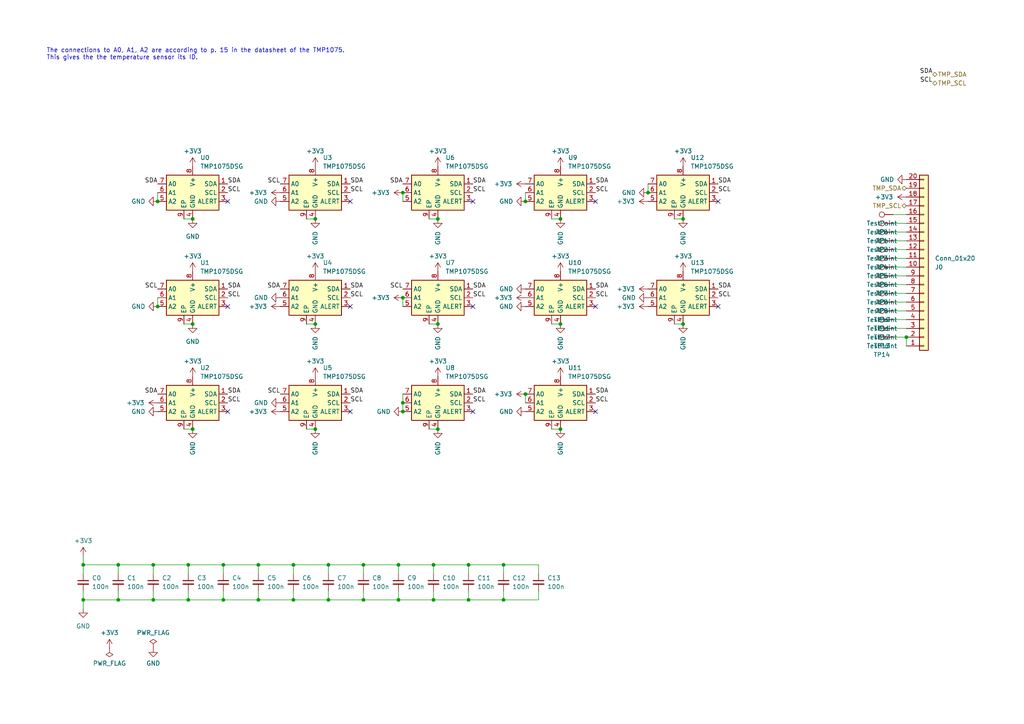
<source format=kicad_sch>
(kicad_sch (version 20231120) (generator "eeschema") (generator_version "8.0")
  (paper "A4")
  (lib_symbols
    (symbol "+3V3_1" (power) (pin_numbers hide) (pin_names (offset 0) hide)
      (property "Value" "+3V3" (at 0 3.556 0))
      (symbol "+3V3_1_0_1"
        (polyline (pts (xy -0.762 1.27) (xy 0 2.54)))
        (polyline (pts (xy 0 0) (xy 0 2.54)))
        (polyline (pts (xy 0 2.54) (xy 0.762 1.27)))
      )
      (symbol "+3V3_1_1_1"
        (pin power_in line (at 0 0 90) (length 0) (name "~") (number "1"))
      )
    )
    (symbol "Connector:TestPoint" (pin_numbers hide) (pin_names (offset 0.762) hide)
      (property "Reference" "TP" (at 0 6.858 0))
      (property "Value" "TestPoint" (at 0 5.08 0))
      (symbol "TestPoint_0_1"
        (circle (center 0 3.302) (radius 0.762))
      )
      (symbol "TestPoint_1_1"
        (pin passive line (at 0 0 90) (length 2.54) (name "1") (number "1"))
      )
    )
    (symbol "Connector_Generic:Conn_01x20" (pin_names (offset 1.016) hide)
      (property "Reference" "J" (at 0 25.4 0))
      (property "Value" "Conn_01x20" (at 0 -27.94 0))
      (symbol "Conn_01x20_1_1"
        (rectangle (start -1.27 -25.273) (end 0 -25.527) (stroke (width 0.1524)))
        (rectangle (start -1.27 -22.733) (end 0 -22.987) (stroke (width 0.1524)))
        (rectangle (start -1.27 -20.193) (end 0 -20.447) (stroke (width 0.1524)))
        (rectangle (start -1.27 -17.653) (end 0 -17.907) (stroke (width 0.1524)))
        (rectangle (start -1.27 -15.113) (end 0 -15.367) (stroke (width 0.1524)))
        (rectangle (start -1.27 -12.573) (end 0 -12.827) (stroke (width 0.1524)))
        (rectangle (start -1.27 -10.033) (end 0 -10.287) (stroke (width 0.1524)))
        (rectangle (start -1.27 -7.493) (end 0 -7.747) (stroke (width 0.1524)))
        (rectangle (start -1.27 -4.953) (end 0 -5.207) (stroke (width 0.1524)))
        (rectangle (start -1.27 -2.413) (end 0 -2.667) (stroke (width 0.1524)))
        (rectangle (start -1.27 0.127) (end 0 -0.127) (stroke (width 0.1524)))
        (rectangle (start -1.27 2.667) (end 0 2.413) (stroke (width 0.1524)))
        (rectangle (start -1.27 5.207) (end 0 4.953) (stroke (width 0.1524)))
        (rectangle (start -1.27 7.747) (end 0 7.493) (stroke (width 0.1524)))
        (rectangle (start -1.27 10.287) (end 0 10.033) (stroke (width 0.1524)))
        (rectangle (start -1.27 12.827) (end 0 12.573) (stroke (width 0.1524)))
        (rectangle (start -1.27 15.367) (end 0 15.113) (stroke (width 0.1524)))
        (rectangle (start -1.27 17.907) (end 0 17.653) (stroke (width 0.1524)))
        (rectangle (start -1.27 20.447) (end 0 20.193) (stroke (width 0.1524)))
        (rectangle (start -1.27 22.987) (end 0 22.733) (stroke (width 0.1524)))
        (rectangle (start -1.27 24.13) (end 1.27 -26.67) (stroke (width 0.254)) (fill (type background)))
        (pin passive line (at -5.08 22.86 0) (length 3.81) (name "Pin_1") (number "1"))
        (pin passive line (at -5.08 0 0) (length 3.81) (name "Pin_10") (number "10"))
        (pin passive line (at -5.08 -2.54 0) (length 3.81) (name "Pin_11") (number "11"))
        (pin passive line (at -5.08 -5.08 0) (length 3.81) (name "Pin_12") (number "12"))
        (pin passive line (at -5.08 -7.62 0) (length 3.81) (name "Pin_13") (number "13"))
        (pin passive line (at -5.08 -10.16 0) (length 3.81) (name "Pin_14") (number "14"))
        (pin passive line (at -5.08 -12.7 0) (length 3.81) (name "Pin_15") (number "15"))
        (pin passive line (at -5.08 -15.24 0) (length 3.81) (name "Pin_16") (number "16"))
        (pin passive line (at -5.08 -17.78 0) (length 3.81) (name "Pin_17") (number "17"))
        (pin passive line (at -5.08 -20.32 0) (length 3.81) (name "Pin_18") (number "18"))
        (pin passive line (at -5.08 -22.86 0) (length 3.81) (name "Pin_19") (number "19"))
        (pin passive line (at -5.08 20.32 0) (length 3.81) (name "Pin_2") (number "2"))
        (pin passive line (at -5.08 -25.4 0) (length 3.81) (name "Pin_20") (number "20"))
        (pin passive line (at -5.08 17.78 0) (length 3.81) (name "Pin_3") (number "3"))
        (pin passive line (at -5.08 15.24 0) (length 3.81) (name "Pin_4") (number "4"))
        (pin passive line (at -5.08 12.7 0) (length 3.81) (name "Pin_5") (number "5"))
        (pin passive line (at -5.08 10.16 0) (length 3.81) (name "Pin_6") (number "6"))
        (pin passive line (at -5.08 7.62 0) (length 3.81) (name "Pin_7") (number "7"))
        (pin passive line (at -5.08 5.08 0) (length 3.81) (name "Pin_8") (number "8"))
        (pin passive line (at -5.08 2.54 0) (length 3.81) (name "Pin_9") (number "9"))
      )
    )
    (symbol "Device:C_Small" (pin_numbers hide) (pin_names (offset 0.254) hide)
      (property "Reference" "C" (at 0.254 1.778 0))
      (property "Value" "C_Small" (at 0.254 -2.032 0))
      (symbol "C_Small_0_1"
        (polyline (pts (xy -1.524 -0.508) (xy 1.524 -0.508)) (stroke (width 0.3302)))
        (polyline (pts (xy -1.524 0.508) (xy 1.524 0.508)) (stroke (width 0.3048)))
      )
      (symbol "C_Small_1_1"
        (pin passive line (at 0 2.54 270) (length 2.032) (name "~") (number "1"))
        (pin passive line (at 0 -2.54 90) (length 2.032) (name "~") (number "2"))
      )
    )
    (symbol "Sensor_Temperature:TMP1075DSG"
      (property "Reference" "U" (at -6.35 6.35 0))
      (property "Value" "TMP1075DSG" (at 6.35 6.35 0))
      (symbol "TMP1075DSG_0_1"
        (rectangle (start -7.62 5.08) (end 7.62 -5.08) (stroke (width 0.254)) (fill (type background)))
      )
      (symbol "TMP1075DSG_1_1"
        (pin bidirectional line (at 10.16 2.54 180) (length 2.54) (name "SDA") (number "1"))
        (pin input line (at 10.16 0 180) (length 2.54) (name "SCL") (number "2"))
        (pin open_collector line (at 10.16 -2.54 180) (length 2.54) (name "ALERT") (number "3"))
        (pin power_in line (at 0 -7.62 90) (length 2.54) (name "GND") (number "4"))
        (pin input line (at -10.16 -2.54 0) (length 2.54) (name "A2") (number "5"))
        (pin input line (at -10.16 0 0) (length 2.54) (name "A1") (number "6"))
        (pin input line (at -10.16 2.54 0) (length 2.54) (name "A0") (number "7"))
        (pin power_in line (at 0 7.62 270) (length 2.54) (name "V+") (number "8"))
        (pin passive line (at -2.54 -7.62 90) (length 2.54) (name "EP") (number "9"))
      )
    )
    (symbol "power:+3V3" (power) (pin_names (offset 0))
      (property "Value" "+3V3" (at 0 3.556 0))
      (symbol "+3V3_0_1"
        (polyline (pts (xy -0.762 1.27) (xy 0 2.54)))
        (polyline (pts (xy 0 0) (xy 0 2.54)))
        (polyline (pts (xy 0 2.54) (xy 0.762 1.27)))
      )
      (symbol "+3V3_1_1"
        (pin power_in line (at 0 0 90) (length 0) hide (name "+3V3") (number "1"))
      )
    )
    (symbol "power:GND" (power) (pin_names (offset 0))
      (property "Value" "GND" (at 0 -3.81 0))
      (symbol "GND_0_1"
        (polyline (pts (xy 0 0) (xy 0 -1.27) (xy 1.27 -1.27) (xy 0 -2.54) (xy -1.27 -1.27) (xy 0 -1.27)))
      )
      (symbol "GND_1_1"
        (pin power_in line (at 0 0 270) (length 0) hide (name "GND") (number "1"))
      )
    )
    (symbol "power:PWR_FLAG" (power) (pin_numbers hide) (pin_names (offset 0) hide)
      (property "Value" "PWR_FLAG" (at 0 3.81 0))
      (symbol "PWR_FLAG_0_0"
        (pin power_out line (at 0 0 90) (length 0) (name "~") (number "1"))
      )
      (symbol "PWR_FLAG_0_1"
        (polyline (pts (xy 0 0) (xy 0 1.27) (xy -1.016 1.905) (xy 0 2.54) (xy 1.016 1.905) (xy 0 1.27)))
      )
    )
  )
  (junction (at 152.4 58.42))
  (junction (at 55.88 93.98))
  (junction (at 55.88 124.46))
  (junction (at 198.12 93.98))
  (junction (at 162.56 63.5))
  (junction (at 24.13 163.83))
  (junction (at 64.77 163.83))
  (junction (at 45.72 58.42))
  (junction (at 95.25 173.99))
  (junction (at 44.45 163.83))
  (junction (at 44.45 173.99))
  (junction (at 146.05 173.99))
  (junction (at 105.41 173.99))
  (junction (at 115.57 173.99))
  (junction (at 91.44 63.5))
  (junction (at 262.89 97.79))
  (junction (at 91.44 93.98))
  (junction (at 91.44 124.46))
  (junction (at 125.73 163.83))
  (junction (at 146.05 163.83))
  (junction (at 74.93 173.99))
  (junction (at 162.56 93.98))
  (junction (at 85.09 173.99))
  (junction (at 74.93 163.83))
  (junction (at 105.41 163.83))
  (junction (at 116.84 55.88))
  (junction (at 54.61 163.83))
  (junction (at 116.84 116.84))
  (junction (at 116.84 86.36))
  (junction (at 64.77 173.99))
  (junction (at 34.29 163.83))
  (junction (at 45.72 88.9))
  (junction (at 187.96 55.88))
  (junction (at 54.61 173.99))
  (junction (at 34.29 173.99))
  (junction (at 135.89 163.83))
  (junction (at 24.13 173.99))
  (junction (at 116.84 119.38))
  (junction (at 152.4 114.3))
  (junction (at 85.09 163.83))
  (junction (at 127 63.5))
  (junction (at 162.56 124.46))
  (junction (at 127 93.98))
  (junction (at 135.89 173.99))
  (junction (at 95.25 163.83))
  (junction (at 125.73 173.99))
  (junction (at 127 124.46))
  (junction (at 115.57 163.83))
  (junction (at 198.12 63.5))
  (junction (at 55.88 63.5))
  (no_connect (at 208.28 58.42))
  (no_connect (at 101.6 119.38))
  (no_connect (at 172.72 119.38))
  (no_connect (at 172.72 58.42))
  (no_connect (at 66.04 58.42))
  (no_connect (at 172.72 88.9))
  (no_connect (at 66.04 88.9))
  (no_connect (at 137.16 88.9))
  (no_connect (at 137.16 119.38))
  (no_connect (at 101.6 88.9))
  (no_connect (at 137.16 58.42))
  (no_connect (at 101.6 58.42))
  (no_connect (at 208.28 88.9))
  (no_connect (at 66.04 119.38))
  (wire (pts (xy 262.89 97.79) (xy 262.89 100.33)))
  (wire (pts (xy 259.08 74.93) (xy 262.89 74.93)))
  (wire (pts (xy 146.05 171.45) (xy 146.05 173.99)))
  (wire (pts (xy 54.61 173.99) (xy 44.45 173.99)))
  (wire (pts (xy 156.21 163.83) (xy 156.21 166.37)))
  (wire (pts (xy 88.9 93.98) (xy 91.44 93.98)))
  (wire (pts (xy 34.29 166.37) (xy 34.29 163.83)))
  (wire (pts (xy 64.77 173.99) (xy 54.61 173.99)))
  (wire (pts (xy 74.93 173.99) (xy 64.77 173.99)))
  (wire (pts (xy 105.41 173.99) (xy 95.25 173.99)))
  (wire (pts (xy 95.25 173.99) (xy 85.09 173.99)))
  (wire (pts (xy 259.08 72.39) (xy 262.89 72.39)))
  (wire (pts (xy 24.13 161.29) (xy 24.13 163.83)))
  (wire (pts (xy 105.41 171.45) (xy 105.41 173.99)))
  (wire (pts (xy 115.57 171.45) (xy 115.57 173.99)))
  (wire (pts (xy 125.73 163.83) (xy 125.73 166.37)))
  (wire (pts (xy 146.05 163.83) (xy 146.05 166.37)))
  (wire (pts (xy 259.08 95.25) (xy 262.89 95.25)))
  (wire (pts (xy 259.08 90.17) (xy 262.89 90.17)))
  (wire (pts (xy 53.34 63.5) (xy 55.88 63.5)))
  (wire (pts (xy 34.29 173.99) (xy 24.13 173.99)))
  (wire (pts (xy 34.29 163.83) (xy 44.45 163.83)))
  (wire (pts (xy 259.08 80.01) (xy 262.89 80.01)))
  (wire (pts (xy 125.73 173.99) (xy 115.57 173.99)))
  (wire (pts (xy 146.05 163.83) (xy 156.21 163.83)))
  (wire (pts (xy 74.93 163.83) (xy 74.93 166.37)))
  (wire (pts (xy 195.58 63.5) (xy 198.12 63.5)))
  (wire (pts (xy 54.61 171.45) (xy 54.61 173.99)))
  (wire (pts (xy 44.45 163.83) (xy 44.45 166.37)))
  (wire (pts (xy 85.09 171.45) (xy 85.09 173.99)))
  (wire (pts (xy 156.21 173.99) (xy 146.05 173.99)))
  (wire (pts (xy 152.4 114.3) (xy 152.4 116.84)))
  (wire (pts (xy 53.34 93.98) (xy 55.88 93.98)))
  (wire (pts (xy 95.25 171.45) (xy 95.25 173.99)))
  (wire (pts (xy 124.46 93.98) (xy 127 93.98)))
  (wire (pts (xy 116.84 114.3) (xy 116.84 116.84)))
  (wire (pts (xy 85.09 173.99) (xy 74.93 173.99)))
  (wire (pts (xy 85.09 163.83) (xy 95.25 163.83)))
  (wire (pts (xy 64.77 163.83) (xy 74.93 163.83)))
  (wire (pts (xy 74.93 163.83) (xy 85.09 163.83)))
  (wire (pts (xy 259.08 67.31) (xy 262.89 67.31)))
  (wire (pts (xy 115.57 163.83) (xy 115.57 166.37)))
  (wire (pts (xy 45.72 86.36) (xy 45.72 88.9)))
  (wire (pts (xy 135.89 173.99) (xy 125.73 173.99)))
  (wire (pts (xy 105.41 163.83) (xy 115.57 163.83)))
  (wire (pts (xy 195.58 93.98) (xy 198.12 93.98)))
  (wire (pts (xy 135.89 171.45) (xy 135.89 173.99)))
  (wire (pts (xy 24.13 163.83) (xy 34.29 163.83)))
  (wire (pts (xy 64.77 171.45) (xy 64.77 173.99)))
  (wire (pts (xy 259.08 64.77) (xy 262.89 64.77)))
  (wire (pts (xy 135.89 163.83) (xy 135.89 166.37)))
  (wire (pts (xy 54.61 163.83) (xy 64.77 163.83)))
  (wire (pts (xy 259.08 97.79) (xy 262.89 97.79)))
  (wire (pts (xy 95.25 163.83) (xy 105.41 163.83)))
  (wire (pts (xy 187.96 53.34) (xy 187.96 55.88)))
  (wire (pts (xy 85.09 163.83) (xy 85.09 166.37)))
  (wire (pts (xy 160.02 124.46) (xy 162.56 124.46)))
  (wire (pts (xy 45.72 55.88) (xy 45.72 58.42)))
  (wire (pts (xy 34.29 171.45) (xy 34.29 173.99)))
  (wire (pts (xy 259.08 82.55) (xy 262.89 82.55)))
  (wire (pts (xy 259.08 85.09) (xy 262.89 85.09)))
  (wire (pts (xy 116.84 55.88) (xy 116.84 58.42)))
  (wire (pts (xy 44.45 173.99) (xy 34.29 173.99)))
  (wire (pts (xy 259.08 69.85) (xy 262.89 69.85)))
  (wire (pts (xy 54.61 163.83) (xy 54.61 166.37)))
  (wire (pts (xy 152.4 55.88) (xy 152.4 58.42)))
  (wire (pts (xy 44.45 171.45) (xy 44.45 173.99)))
  (wire (pts (xy 115.57 163.83) (xy 125.73 163.83)))
  (wire (pts (xy 74.93 171.45) (xy 74.93 173.99)))
  (wire (pts (xy 124.46 124.46) (xy 127 124.46)))
  (wire (pts (xy 135.89 163.83) (xy 146.05 163.83)))
  (wire (pts (xy 160.02 93.98) (xy 162.56 93.98)))
  (wire (pts (xy 259.08 77.47) (xy 262.89 77.47)))
  (wire (pts (xy 115.57 173.99) (xy 105.41 173.99)))
  (wire (pts (xy 259.08 87.63) (xy 262.89 87.63)))
  (wire (pts (xy 125.73 171.45) (xy 125.73 173.99)))
  (wire (pts (xy 116.84 86.36) (xy 116.84 88.9)))
  (wire (pts (xy 259.08 92.71) (xy 262.89 92.71)))
  (wire (pts (xy 124.46 63.5) (xy 127 63.5)))
  (wire (pts (xy 24.13 171.45) (xy 24.13 173.99)))
  (wire (pts (xy 24.13 163.83) (xy 24.13 166.37)))
  (wire (pts (xy 64.77 163.83) (xy 64.77 166.37)))
  (wire (pts (xy 88.9 63.5) (xy 91.44 63.5)))
  (wire (pts (xy 259.08 62.23) (xy 262.89 62.23)))
  (wire (pts (xy 95.25 166.37) (xy 95.25 163.83)))
  (wire (pts (xy 146.05 173.99) (xy 135.89 173.99)))
  (wire (pts (xy 88.9 124.46) (xy 91.44 124.46)))
  (wire (pts (xy 160.02 63.5) (xy 162.56 63.5)))
  (wire (pts (xy 105.41 163.83) (xy 105.41 166.37)))
  (wire (pts (xy 53.34 124.46) (xy 55.88 124.46)))
  (wire (pts (xy 44.45 163.83) (xy 54.61 163.83)))
  (wire (pts (xy 24.13 173.99) (xy 24.13 176.53)))
  (wire (pts (xy 156.21 171.45) (xy 156.21 173.99)))
  (wire (pts (xy 116.84 116.84) (xy 116.84 119.38)))
  (wire (pts (xy 125.73 163.83) (xy 135.89 163.83)))
  (text "The connections to A0, A1, A2 are according to p. 15 in the datasheet of the TMP1075. \nThis gives the the temperature sensor its ID. " (at 13.462 15.748 0) (effects (font (size 1.27 1.27)) (justify left)))
  (label "SDA" (at 208.28 53.34 0))
  (label "SCL" (at 137.16 116.84 0))
  (label "SDA" (at 172.72 53.34 0))
  (label "SCL" (at 101.6 55.88 0))
  (label "SDA" (at 81.28 83.82 180))
  (label "SDA" (at 45.72 114.3 180))
  (label "SDA" (at 45.72 53.34 180))
  (label "SCL" (at 66.04 55.88 0))
  (label "SCL" (at 270.51 24.13 180))
  (label "SDA" (at 66.04 83.82 0))
  (label "SDA" (at 137.16 53.34 0))
  (label "SCL" (at 137.16 55.88 0))
  (label "SCL" (at 172.72 55.88 0))
  (label "SDA" (at 172.72 114.3 0))
  (label "SCL" (at 81.28 114.3 180))
  (label "SCL" (at 101.6 116.84 0))
  (label "SDA" (at 172.72 83.82 0))
  (label "SDA" (at 116.84 53.34 180))
  (label "SCL" (at 66.04 116.84 0))
  (label "SDA" (at 101.6 114.3 0))
  (label "SCL" (at 66.04 86.36 0))
  (label "SDA" (at 137.16 83.82 0))
  (label "SCL" (at 208.28 55.88 0))
  (label "SDA" (at 137.16 114.3 0))
  (label "SCL" (at 137.16 86.36 0))
  (label "SDA" (at 101.6 53.34 0))
  (label "SDA" (at 270.51 21.59 180))
  (label "SCL" (at 172.72 86.36 0))
  (label "SDA" (at 101.6 83.82 0))
  (label "SCL" (at 208.28 86.36 0))
  (label "SDA" (at 66.04 114.3 0))
  (label "SCL" (at 172.72 116.84 0))
  (label "SDA" (at 66.04 53.34 0))
  (label "SCL" (at 116.84 83.82 180))
  (label "SCL" (at 45.72 83.82 180))
  (label "SCL" (at 81.28 53.34 180))
  (label "SDA" (at 208.28 83.82 0))
  (label "SCL" (at 101.6 86.36 0))
  (hierarchical_label "TMP_SCL" (shape bidirectional) (at 270.51 24.13 0))
  (hierarchical_label "TMP_SDA" (shape bidirectional) (at 270.51 21.59 0))
  (hierarchical_label "TMP_SDA" (shape bidirectional) (at 262.89 54.61 180))
  (hierarchical_label "TMP_SCL" (shape bidirectional) (at 262.89 59.69 180))
  (symbol (lib_id "power:GND") (at 24.13 176.53 0) (unit 1)
    (property "Reference" "#PWR01" (effects (hide yes)))
    (property "Value" "GND" (at 24.13 181.61 0))
  )
  (symbol (lib_id "power:+3V3") (at 31.75 187.96 0) (mirror y) (unit 1)
    (property "Reference" "#PWR02" (effects (hide yes)))
    (property "Value" "+3V3" (at 31.75 183.515 0))
  )
  (symbol (lib_id "power:+3V3") (at 91.44 48.26 0) (unit 1)
    (property "Reference" "#PWR020" (effects (hide yes)))
    (property "Value" "+3V3" (at 91.44 43.815 0))
  )
  (symbol (lib_id "power:+3V3") (at 152.4 53.34 90) (mirror x) (unit 1)
    (property "Reference" "#PWR035" (effects (hide yes)))
    (property "Value" "+3V3" (at 148.59 53.3401 90) (effects (justify left)))
  )
  (symbol (lib_id "Sensor_Temperature:TMP1075DSG") (at 55.88 116.84 0) (unit 1)
    (property "Reference" "U2" (at 58.0741 106.68 0) (effects (justify left)))
    (property "Value" "TMP1075DSG" (at 58.0741 109.22 0) (effects (justify left)))
    (property "Footprint" "Package_SON:WSON-8-1EP_2x2mm_P0.5mm_EP0.9x1.6mm_ThermalVias" (effects (hide yes)))
    (property "Datasheet" "https://www.ti.com/lit/gpn/tmp1075" (effects (hide yes)))
  )
  (symbol (lib_id "Device:C_Small") (at 156.21 168.91 0) (unit 1)
    (property "Reference" "C13" (at 158.75 167.6462 0) (effects (justify left)))
    (property "Value" "100n" (at 158.75 170.1862 0) (effects (justify left)))
    (property "Footprint" "Capacitor_SMD:C_0603_1608Metric" (effects (hide yes)))
  )
  (symbol (lib_id "power:GND") (at 55.88 124.46 0) (unit 1)
    (property "Reference" "#PWR013" (effects (hide yes)))
    (property "Value" "GND" (at 55.88 132.08 90) (effects (justify left)))
  )
  (symbol (lib_id "Sensor_Temperature:TMP1075DSG") (at 162.56 86.36 0) (unit 1)
    (property "Reference" "U10" (at 164.7541 76.2 0) (effects (justify left)))
    (property "Value" "TMP1075DSG" (at 164.7541 78.74 0) (effects (justify left)))
    (property "Footprint" "Package_SON:WSON-8-1EP_2x2mm_P0.5mm_EP0.9x1.6mm_ThermalVias" (effects (hide yes)))
    (property "Datasheet" "https://www.ti.com/lit/gpn/tmp1075" (effects (hide yes)))
  )
  (symbol (lib_id "power:GND") (at 81.28 86.36 270) (mirror x) (unit 1)
    (property "Reference" "#PWR016" (effects (hide yes)))
    (property "Value" "GND" (at 73.66 86.36 90) (effects (justify left)))
  )
  (symbol (lib_id "Sensor_Temperature:TMP1075DSG") (at 198.12 55.88 0) (unit 1)
    (property "Reference" "U12" (at 200.3141 45.72 0) (effects (justify left)))
    (property "Value" "TMP1075DSG" (at 200.3141 48.26 0) (effects (justify left)))
    (property "Footprint" "Package_SON:WSON-8-1EP_2x2mm_P0.5mm_EP0.9x1.6mm_ThermalVias" (effects (hide yes)))
    (property "Datasheet" "https://www.ti.com/lit/gpn/tmp1075" (effects (hide yes)))
  )
  (symbol (lib_id "Sensor_Temperature:TMP1075DSG") (at 127 116.84 0) (unit 1)
    (property "Reference" "U8" (at 129.1941 106.68 0) (effects (justify left)))
    (property "Value" "TMP1075DSG" (at 129.1941 109.22 0) (effects (justify left)))
    (property "Footprint" "Package_SON:WSON-8-1EP_2x2mm_P0.5mm_EP0.9x1.6mm_ThermalVias" (effects (hide yes)))
    (property "Datasheet" "https://www.ti.com/lit/gpn/tmp1075" (effects (hide yes)))
  )
  (symbol (lib_id "Device:C_Small") (at 54.61 168.91 0) (unit 1)
    (property "Reference" "C3" (at 57.15 167.6462 0) (effects (justify left)))
    (property "Value" "100n" (at 57.15 170.1862 0) (effects (justify left)))
    (property "Footprint" "Capacitor_SMD:C_0603_1608Metric" (effects (hide yes)))
  )
  (symbol (lib_id "power:GND") (at 116.84 119.38 270) (unit 1)
    (property "Reference" "#PWR028" (effects (hide yes)))
    (property "Value" "GND" (at 109.22 119.38 90) (effects (justify left)))
  )
  (symbol (lib_id "Sensor_Temperature:TMP1075DSG") (at 127 55.88 0) (unit 1)
    (property "Reference" "U6" (at 129.1941 45.72 0) (effects (justify left)))
    (property "Value" "TMP1075DSG" (at 129.1941 48.26 0) (effects (justify left)))
    (property "Footprint" "Package_SON:WSON-8-1EP_2x2mm_P0.5mm_EP0.9x1.6mm_ThermalVias" (effects (hide yes)))
    (property "Datasheet" "https://www.ti.com/lit/gpn/tmp1075" (effects (hide yes)))
  )
  (symbol (lib_id "power:+3V3") (at 152.4 114.3 90) (mirror x) (unit 1)
    (property "Reference" "#PWR040" (effects (hide yes)))
    (property "Value" "+3V3" (at 148.59 114.3001 90) (effects (justify left)))
  )
  (symbol (lib_id "power:GND") (at 44.45 187.96 0) (mirror y) (unit 1)
    (property "Reference" "#PWR03" (effects (hide yes)))
    (property "Value" "GND" (at 44.45 192.405 0))
  )
  (symbol (lib_id "Connector:TestPoint") (at 259.08 62.23 90) (mirror x) (unit 1)
    (property "Reference" "TP0" (at 255.778 67.31 90))
    (property "Value" "TestPoint" (at 255.778 64.77 90))
    (property "Footprint" "TestPoint:TestPoint_Pad_1.5x1.5mm" (effects (hide yes)))
    (property "Description" "test point" (effects (hide yes)))
  )
  (symbol (lib_id "Device:C_Small") (at 95.25 168.91 0) (unit 1)
    (property "Reference" "C7" (at 97.79 167.6462 0) (effects (justify left)))
    (property "Value" "100n" (at 97.79 170.1862 0) (effects (justify left)))
    (property "Footprint" "Capacitor_SMD:C_0603_1608Metric" (effects (hide yes)))
  )
  (symbol (lib_id "power:+3V3") (at 81.28 119.38 90) (mirror x) (unit 1)
    (property "Reference" "#PWR019" (effects (hide yes)))
    (property "Value" "+3V3" (at 77.47 119.3801 90) (effects (justify left)))
  )
  (symbol (lib_id "Sensor_Temperature:TMP1075DSG") (at 91.44 55.88 0) (unit 1)
    (property "Reference" "U3" (at 93.6341 45.72 0) (effects (justify left)))
    (property "Value" "TMP1075DSG" (at 93.6341 48.26 0) (effects (justify left)))
    (property "Footprint" "Package_SON:WSON-8-1EP_2x2mm_P0.5mm_EP0.9x1.6mm_ThermalVias" (effects (hide yes)))
    (property "Datasheet" "https://www.ti.com/lit/gpn/tmp1075" (effects (hide yes)))
  )
  (symbol (lib_id "power:+3V3") (at 198.12 78.74 0) (unit 1)
    (property "Reference" "#PWR055" (effects (hide yes)))
    (property "Value" "+3V3" (at 198.12 74.295 0))
  )
  (symbol (lib_id "Sensor_Temperature:TMP1075DSG") (at 162.56 116.84 0) (unit 1)
    (property "Reference" "U11" (at 164.7541 106.68 0) (effects (justify left)))
    (property "Value" "TMP1075DSG" (at 164.7541 109.22 0) (effects (justify left)))
    (property "Footprint" "Package_SON:WSON-8-1EP_2x2mm_P0.5mm_EP0.9x1.6mm_ThermalVias" (effects (hide yes)))
    (property "Datasheet" "https://www.ti.com/lit/gpn/tmp1075" (effects (hide yes)))
  )
  (symbol (lib_id "power:GND") (at 187.96 86.36 270) (mirror x) (unit 1)
    (property "Reference" "#PWR051" (effects (hide yes)))
    (property "Value" "GND" (at 180.34 86.36 90) (effects (justify left)))
  )
  (symbol (lib_id "Sensor_Temperature:TMP1075DSG") (at 55.88 55.88 0) (unit 1)
    (property "Reference" "U0" (at 58.0741 45.72 0) (effects (justify left)))
    (property "Value" "TMP1075DSG" (at 58.0741 48.26 0) (effects (justify left)))
    (property "Footprint" "Package_SON:WSON-8-1EP_2x2mm_P0.5mm_EP0.9x1.6mm_ThermalVias" (effects (hide yes)))
    (property "Datasheet" "https://www.ti.com/lit/gpn/tmp1075" (effects (hide yes)))
  )
  (symbol (lib_id "power:+3V3") (at 55.88 78.74 0) (unit 1)
    (property "Reference" "#PWR010" (effects (hide yes)))
    (property "Value" "+3V3" (at 55.88 74.295 0))
  )
  (symbol (lib_id "power:GND") (at 152.4 58.42 270) (unit 1)
    (property "Reference" "#PWR036" (effects (hide yes)))
    (property "Value" "GND" (at 144.78 58.42 90) (effects (justify left)))
  )
  (symbol (lib_id "Connector:TestPoint") (at 259.08 67.31 90) (mirror x) (unit 1)
    (property "Reference" "TP2" (at 255.778 72.39 90))
    (property "Value" "TestPoint" (at 255.778 69.85 90))
    (property "Footprint" "TestPoint:TestPoint_Pad_1.5x1.5mm" (effects (hide yes)))
    (property "Description" "test point" (effects (hide yes)))
  )
  (symbol (lib_id "Device:C_Small") (at 24.13 168.91 0) (unit 1)
    (property "Reference" "C0" (at 26.67 167.6462 0) (effects (justify left)))
    (property "Value" "100n" (at 26.67 170.1862 0) (effects (justify left)))
    (property "Footprint" "Capacitor_SMD:C_0603_1608Metric" (effects (hide yes)))
  )
  (symbol (lib_id "power:GND") (at 91.44 124.46 0) (unit 1)
    (property "Reference" "#PWR025" (effects (hide yes)))
    (property "Value" "GND" (at 91.44 132.08 90) (effects (justify left)))
  )
  (symbol (lib_id "Device:C_Small") (at 125.73 168.91 0) (unit 1)
    (property "Reference" "C10" (at 128.27 167.6462 0) (effects (justify left)))
    (property "Value" "100n" (at 128.27 170.1862 0) (effects (justify left)))
    (property "Footprint" "Capacitor_SMD:C_0603_1608Metric" (effects (hide yes)))
  )
  (symbol (lib_id "power:+3V3") (at 55.88 109.22 0) (unit 1)
    (property "Reference" "#PWR012" (effects (hide yes)))
    (property "Value" "+3V3" (at 55.88 104.775 0))
  )
  (symbol (lib_id "power:GND") (at 198.12 63.5 0) (unit 1)
    (property "Reference" "#PWR054" (effects (hide yes)))
    (property "Value" "GND" (at 198.12 71.12 90) (effects (justify left)))
  )
  (symbol (lib_id "Device:C_Small") (at 74.93 168.91 0) (unit 1)
    (property "Reference" "C5" (at 77.47 167.6462 0) (effects (justify left)))
    (property "Value" "100n" (at 77.47 170.1862 0) (effects (justify left)))
    (property "Footprint" "Capacitor_SMD:C_0603_1608Metric" (effects (hide yes)))
  )
  (symbol (lib_id "power:GND") (at 162.56 63.5 0) (unit 1)
    (property "Reference" "#PWR043" (effects (hide yes)))
    (property "Value" "GND" (at 162.56 71.12 90) (effects (justify left)))
  )
  (symbol (lib_id "Sensor_Temperature:TMP1075DSG") (at 55.88 86.36 0) (unit 1)
    (property "Reference" "U1" (at 58.0741 76.2 0) (effects (justify left)))
    (property "Value" "TMP1075DSG" (at 58.0741 78.74 0) (effects (justify left)))
    (property "Footprint" "Package_SON:WSON-8-1EP_2x2mm_P0.5mm_EP0.9x1.6mm_ThermalVias" (effects (hide yes)))
    (property "Datasheet" "https://www.ti.com/lit/gpn/tmp1075" (effects (hide yes)))
  )
  (symbol (lib_id "Connector:TestPoint") (at 259.08 95.25 90) (mirror x) (unit 1)
    (property "Reference" "TP13" (at 255.778 100.33 90))
    (property "Value" "TestPoint" (at 255.778 97.79 90))
    (property "Footprint" "TestPoint:TestPoint_Pad_1.5x1.5mm" (effects (hide yes)))
    (property "Description" "test point" (effects (hide yes)))
  )
  (symbol (lib_id "Connector:TestPoint") (at 259.08 85.09 90) (mirror x) (unit 1)
    (property "Reference" "TP9" (at 255.778 90.17 90))
    (property "Value" "TestPoint" (at 255.778 87.63 90))
    (property "Footprint" "TestPoint:TestPoint_Pad_1.5x1.5mm" (effects (hide yes)))
    (property "Description" "test point" (effects (hide yes)))
  )
  (symbol (lib_id "power:GND") (at 262.89 52.07 270) (mirror x) (unit 1)
    (property "Reference" "#PWR057" (effects (hide yes)))
    (property "Value" "GND" (at 255.27 52.07 90) (effects (justify left)))
  )
  (symbol (lib_id "Device:C_Small") (at 85.09 168.91 0) (unit 1)
    (property "Reference" "C6" (at 87.63 167.6462 0) (effects (justify left)))
    (property "Value" "100n" (at 87.63 170.1862 0) (effects (justify left)))
    (property "Footprint" "Capacitor_SMD:C_0603_1608Metric" (effects (hide yes)))
  )
  (symbol (lib_id "power:GND") (at 162.56 93.98 0) (unit 1)
    (property "Reference" "#PWR045" (effects (hide yes)))
    (property "Value" "GND" (at 162.56 101.6 90) (effects (justify left)))
  )
  (symbol (lib_id "power:PWR_FLAG") (at 31.75 187.96 180) (unit 1)
    (property "Reference" "#FLG00" (effects (hide yes)))
    (property "Value" "PWR_FLAG" (at 31.75 192.405 0))
    (property "Description" "Special symbol for telling ERC where power comes from" (effects (hide yes)))
  )
  (symbol (lib_id "Device:C_Small") (at 44.45 168.91 0) (unit 1)
    (property "Reference" "C2" (at 46.99 167.6462 0) (effects (justify left)))
    (property "Value" "100n" (at 46.99 170.1862 0) (effects (justify left)))
    (property "Footprint" "Capacitor_SMD:C_0603_1608Metric" (effects (hide yes)))
  )
  (symbol (lib_id "Connector:TestPoint") (at 259.08 74.93 90) (mirror x) (unit 1)
    (property "Reference" "TP5" (at 255.778 80.01 90))
    (property "Value" "TestPoint" (at 255.778 77.47 90))
    (property "Footprint" "TestPoint:TestPoint_Pad_1.5x1.5mm" (effects (hide yes)))
    (property "Description" "test point" (effects (hide yes)))
  )
  (symbol (lib_id "Connector:TestPoint") (at 259.08 90.17 90) (mirror x) (unit 1)
    (property "Reference" "TP11" (at 255.778 95.25 90))
    (property "Value" "TestPoint" (at 255.778 92.71 90))
    (property "Footprint" "TestPoint:TestPoint_Pad_1.5x1.5mm" (effects (hide yes)))
    (property "Description" "test point" (effects (hide yes)))
  )
  (symbol (lib_id "power:GND") (at 81.28 58.42 270) (unit 1)
    (property "Reference" "#PWR015" (effects (hide yes)))
    (property "Value" "GND" (at 73.66 58.42 90) (effects (justify left)))
  )
  (symbol (lib_id "Device:C_Small") (at 64.77 168.91 0) (unit 1)
    (property "Reference" "C4" (at 67.31 167.6462 0) (effects (justify left)))
    (property "Value" "100n" (at 67.31 170.1862 0) (effects (justify left)))
    (property "Footprint" "Capacitor_SMD:C_0603_1608Metric" (effects (hide yes)))
  )
  (symbol (lib_id "Connector:TestPoint") (at 259.08 80.01 90) (mirror x) (unit 1)
    (property "Reference" "TP7" (at 255.778 85.09 90))
    (property "Value" "TestPoint" (at 255.778 82.55 90))
    (property "Footprint" "TestPoint:TestPoint_Pad_1.5x1.5mm" (effects (hide yes)))
    (property "Description" "test point" (effects (hide yes)))
  )
  (symbol (lib_id "power:GND") (at 45.72 119.38 270) (unit 1)
    (property "Reference" "#PWR07" (effects (hide yes)))
    (property "Value" "GND" (at 38.1 119.38 90) (effects (justify left)))
  )
  (symbol (lib_id "power:+3V3") (at 198.12 48.26 0) (unit 1)
    (property "Reference" "#PWR053" (effects (hide yes)))
    (property "Value" "+3V3" (at 198.12 43.815 0))
  )
  (symbol (lib_id "Sensor_Temperature:TMP1075DSG") (at 91.44 86.36 0) (unit 1)
    (property "Reference" "U4" (at 93.6341 76.2 0) (effects (justify left)))
    (property "Value" "TMP1075DSG" (at 93.6341 78.74 0) (effects (justify left)))
    (property "Footprint" "Package_SON:WSON-8-1EP_2x2mm_P0.5mm_EP0.9x1.6mm_ThermalVias" (effects (hide yes)))
    (property "Datasheet" "https://www.ti.com/lit/gpn/tmp1075" (effects (hide yes)))
  )
  (symbol (lib_id "power:+3V3") (at 127 109.22 0) (unit 1)
    (property "Reference" "#PWR033" (effects (hide yes)))
    (property "Value" "+3V3" (at 127 104.775 0))
  )
  (symbol (lib_id "Connector:TestPoint") (at 259.08 64.77 90) (mirror x) (unit 1)
    (property "Reference" "TP1" (at 255.778 69.85 90))
    (property "Value" "TestPoint" (at 255.778 67.31 90))
    (property "Footprint" "TestPoint:TestPoint_Pad_1.5x1.5mm" (effects (hide yes)))
    (property "Description" "test point" (effects (hide yes)))
  )
  (symbol (lib_id "power:GND") (at 91.44 93.98 0) (unit 1)
    (property "Reference" "#PWR023" (effects (hide yes)))
    (property "Value" "GND" (at 91.44 101.6 90) (effects (justify left)))
  )
  (symbol (lib_id "power:GND") (at 55.88 63.5 0) (unit 1)
    (property "Reference" "#PWR09" (effects (hide yes)))
    (property "Value" "GND" (at 55.88 68.58 0))
  )
  (symbol (lib_id "Connector:TestPoint") (at 259.08 69.85 90) (mirror x) (unit 1)
    (property "Reference" "TP3" (at 255.778 74.93 90))
    (property "Value" "TestPoint" (at 255.778 72.39 90))
    (property "Footprint" "TestPoint:TestPoint_Pad_1.5x1.5mm" (effects (hide yes)))
    (property "Description" "test point" (effects (hide yes)))
  )
  (symbol (lib_id "Device:C_Small") (at 135.89 168.91 0) (unit 1)
    (property "Reference" "C11" (at 138.43 167.6462 0) (effects (justify left)))
    (property "Value" "100n" (at 138.43 170.1862 0) (effects (justify left)))
    (property "Footprint" "Capacitor_SMD:C_0603_1608Metric" (effects (hide yes)))
  )
  (symbol (lib_id "Connector:TestPoint") (at 259.08 77.47 90) (mirror x) (unit 1)
    (property "Reference" "TP6" (at 255.778 82.55 90))
    (property "Value" "TestPoint" (at 255.778 80.01 90))
    (property "Footprint" "TestPoint:TestPoint_Pad_1.5x1.5mm" (effects (hide yes)))
    (property "Description" "test point" (effects (hide yes)))
  )
  (symbol (lib_id "Device:C_Small") (at 105.41 168.91 0) (unit 1)
    (property "Reference" "C8" (at 107.95 167.6462 0) (effects (justify left)))
    (property "Value" "100n" (at 107.95 170.1862 0) (effects (justify left)))
    (property "Footprint" "Capacitor_SMD:C_0603_1608Metric" (effects (hide yes)))
  )
  (symbol (lib_id "power:+3V3") (at 187.96 88.9 90) (unit 1)
    (property "Reference" "#PWR052" (effects (hide yes)))
    (property "Value" "+3V3" (at 184.15 88.8999 90) (effects (justify left)))
  )
  (symbol (lib_id "power:+3V3") (at 81.28 55.88 90) (unit 1)
    (property "Reference" "#PWR014" (effects (hide yes)))
    (property "Value" "+3V3" (at 77.47 55.8799 90) (effects (justify left)))
  )
  (symbol (lib_id "Sensor_Temperature:TMP1075DSG") (at 127 86.36 0) (unit 1)
    (property "Reference" "U7" (at 129.1941 76.2 0) (effects (justify left)))
    (property "Value" "TMP1075DSG" (at 129.1941 78.74 0) (effects (justify left)))
    (property "Footprint" "Package_SON:WSON-8-1EP_2x2mm_P0.5mm_EP0.9x1.6mm_ThermalVias" (effects (hide yes)))
    (property "Datasheet" "https://www.ti.com/lit/gpn/tmp1075" (effects (hide yes)))
  )
  (symbol (lib_id "Connector:TestPoint") (at 259.08 92.71 90) (mirror x) (unit 1)
    (property "Reference" "TP12" (at 255.778 97.79 90))
    (property "Value" "TestPoint" (at 255.778 95.25 90))
    (property "Footprint" "TestPoint:TestPoint_Pad_1.5x1.5mm" (effects (hide yes)))
    (property "Description" "test point" (effects (hide yes)))
  )
  (symbol (lib_id "power:+3V3") (at 127 78.74 0) (unit 1)
    (property "Reference" "#PWR031" (effects (hide yes)))
    (property "Value" "+3V3" (at 127 74.295 0))
  )
  (symbol (lib_id "power:PWR_FLAG") (at 44.45 187.96 0) (unit 1)
    (property "Reference" "#FLG01" (effects (hide yes)))
    (property "Value" "PWR_FLAG" (at 44.45 183.515 0))
    (property "Description" "Special symbol for telling ERC where power comes from" (effects (hide yes)))
  )
  (symbol (lib_id "power:+3V3") (at 55.88 48.26 0) (unit 1)
    (property "Reference" "#PWR08" (effects (hide yes)))
    (property "Value" "+3V3" (at 55.88 43.815 0))
  )
  (symbol (lib_id "Sensor_Temperature:TMP1075DSG") (at 198.12 86.36 0) (unit 1)
    (property "Reference" "U13" (at 200.3141 76.2 0) (effects (justify left)))
    (property "Value" "TMP1075DSG" (at 200.3141 78.74 0) (effects (justify left)))
    (property "Footprint" "Package_SON:WSON-8-1EP_2x2mm_P0.5mm_EP0.9x1.6mm_ThermalVias" (effects (hide yes)))
    (property "Datasheet" "https://www.ti.com/lit/gpn/tmp1075" (effects (hide yes)))
  )
  (symbol (lib_id "power:+3V3") (at 45.72 116.84 90) (unit 1)
    (property "Reference" "#PWR06" (effects (hide yes)))
    (property "Value" "+3V3" (at 41.91 116.8399 90) (effects (justify left)))
  )
  (symbol (lib_id "Connector:TestPoint") (at 259.08 97.79 90) (mirror x) (unit 1)
    (property "Reference" "TP14" (at 255.778 102.87 90))
    (property "Value" "TestPoint" (at 255.778 100.33 90))
    (property "Footprint" "TestPoint:TestPoint_Pad_1.5x1.5mm" (effects (hide yes)))
    (property "Description" "test point" (effects (hide yes)))
  )
  (symbol (lib_name "+3V3_1") (lib_id "power:+3V3") (at 24.13 161.29 0) (unit 1)
    (property "Reference" "#PWR00" (effects (hide yes)))
    (property "Value" "+3V3" (at 24.13 156.845 0))
    (property "Description" "Power symbol creates a global label with name \"+3V3\"" (effects (hide yes)))
  )
  (symbol (lib_id "power:GND") (at 127 124.46 0) (unit 1)
    (property "Reference" "#PWR034" (effects (hide yes)))
    (property "Value" "GND" (at 127 132.08 90) (effects (justify left)))
  )
  (symbol (lib_id "power:GND") (at 198.12 93.98 0) (unit 1)
    (property "Reference" "#PWR056" (effects (hide yes)))
    (property "Value" "GND" (at 198.12 101.6 90) (effects (justify left)))
  )
  (symbol (lib_id "power:+3V3") (at 162.56 78.74 0) (unit 1)
    (property "Reference" "#PWR044" (effects (hide yes)))
    (property "Value" "+3V3" (at 162.56 74.295 0))
  )
  (symbol (lib_id "power:GND") (at 187.96 55.88 270) (mirror x) (unit 1)
    (property "Reference" "#PWR048" (effects (hide yes)))
    (property "Value" "GND" (at 180.34 55.88 90) (effects (justify left)))
  )
  (symbol (lib_id "Connector:TestPoint") (at 259.08 87.63 90) (mirror x) (unit 1)
    (property "Reference" "TP10" (at 255.778 92.71 90))
    (property "Value" "TestPoint" (at 255.778 90.17 90))
    (property "Footprint" "TestPoint:TestPoint_Pad_1.5x1.5mm" (effects (hide yes)))
    (property "Description" "test point" (effects (hide yes)))
  )
  (symbol (lib_id "power:GND") (at 81.28 116.84 270) (mirror x) (unit 1)
    (property "Reference" "#PWR018" (effects (hide yes)))
    (property "Value" "GND" (at 73.66 116.84 90) (effects (justify left)))
  )
  (symbol (lib_id "power:GND") (at 55.88 93.98 0) (unit 1)
    (property "Reference" "#PWR011" (effects (hide yes)))
    (property "Value" "GND" (at 55.88 99.06 0))
  )
  (symbol (lib_id "Sensor_Temperature:TMP1075DSG") (at 162.56 55.88 0) (unit 1)
    (property "Reference" "U9" (at 164.7541 45.72 0) (effects (justify left)))
    (property "Value" "TMP1075DSG" (at 164.7541 48.26 0) (effects (justify left)))
    (property "Footprint" "Package_SON:WSON-8-1EP_2x2mm_P0.5mm_EP0.9x1.6mm_ThermalVias" (effects (hide yes)))
    (property "Datasheet" "https://www.ti.com/lit/gpn/tmp1075" (effects (hide yes)))
  )
  (symbol (lib_id "Connector:TestPoint") (at 259.08 82.55 90) (mirror x) (unit 1)
    (property "Reference" "TP8" (at 255.778 87.63 90))
    (property "Value" "TestPoint" (at 255.778 85.09 90))
    (property "Footprint" "TestPoint:TestPoint_Pad_1.5x1.5mm" (effects (hide yes)))
    (property "Description" "test point" (effects (hide yes)))
  )
  (symbol (lib_id "power:GND") (at 45.72 88.9 270) (unit 1)
    (property "Reference" "#PWR05" (effects (hide yes)))
    (property "Value" "GND" (at 38.1 88.9 90) (effects (justify left)))
  )
  (symbol (lib_id "power:+3V3") (at 152.4 86.36 90) (mirror x) (unit 1)
    (property "Reference" "#PWR038" (effects (hide yes)))
    (property "Value" "+3V3" (at 148.59 86.3601 90) (effects (justify left)))
  )
  (symbol (lib_id "power:+3V3") (at 91.44 78.74 0) (unit 1)
    (property "Reference" "#PWR022" (effects (hide yes)))
    (property "Value" "+3V3" (at 91.44 74.295 0))
  )
  (symbol (lib_id "power:GND") (at 127 63.5 0) (unit 1)
    (property "Reference" "#PWR030" (effects (hide yes)))
    (property "Value" "GND" (at 127 71.12 90) (effects (justify left)))
  )
  (symbol (lib_id "Device:C_Small") (at 34.29 168.91 0) (unit 1)
    (property "Reference" "C1" (at 36.83 167.6462 0) (effects (justify left)))
    (property "Value" "100n" (at 36.83 170.1862 0) (effects (justify left)))
    (property "Footprint" "Capacitor_SMD:C_0603_1608Metric" (effects (hide yes)))
  )
  (symbol (lib_id "power:+3V3") (at 187.96 58.42 90) (unit 1)
    (property "Reference" "#PWR049" (effects (hide yes)))
    (property "Value" "+3V3" (at 184.15 58.4199 90) (effects (justify left)))
  )
  (symbol (lib_id "Connector:TestPoint") (at 259.08 72.39 90) (mirror x) (unit 1)
    (property "Reference" "TP4" (at 255.778 77.47 90))
    (property "Value" "TestPoint" (at 255.778 74.93 90))
    (property "Footprint" "TestPoint:TestPoint_Pad_1.5x1.5mm" (effects (hide yes)))
    (property "Description" "test point" (effects (hide yes)))
  )
  (symbol (lib_id "power:+3V3") (at 91.44 109.22 0) (unit 1)
    (property "Reference" "#PWR024" (effects (hide yes)))
    (property "Value" "+3V3" (at 91.44 104.775 0))
  )
  (symbol (lib_id "power:GND") (at 152.4 119.38 270) (unit 1)
    (property "Reference" "#PWR041" (effects (hide yes)))
    (property "Value" "GND" (at 144.78 119.38 90) (effects (justify left)))
  )
  (symbol (lib_id "power:GND") (at 152.4 83.82 270) (unit 1)
    (property "Reference" "#PWR037" (effects (hide yes)))
    (property "Value" "GND" (at 144.78 83.82 90) (effects (justify left)))
  )
  (symbol (lib_id "power:+3V3") (at 262.89 57.15 90) (unit 1)
    (property "Reference" "#PWR058" (effects (hide yes)))
    (property "Value" "+3V3" (at 259.08 57.1499 90) (effects (justify left)))
  )
  (symbol (lib_id "Device:C_Small") (at 115.57 168.91 0) (unit 1)
    (property "Reference" "C9" (at 118.11 167.6462 0) (effects (justify left)))
    (property "Value" "100n" (at 118.11 170.1862 0) (effects (justify left)))
    (property "Footprint" "Capacitor_SMD:C_0603_1608Metric" (effects (hide yes)))
  )
  (symbol (lib_id "power:+3V3") (at 162.56 109.22 0) (unit 1)
    (property "Reference" "#PWR046" (effects (hide yes)))
    (property "Value" "+3V3" (at 162.56 104.775 0))
  )
  (symbol (lib_id "power:GND") (at 91.44 63.5 0) (unit 1)
    (property "Reference" "#PWR021" (effects (hide yes)))
    (property "Value" "GND" (at 91.44 71.12 90) (effects (justify left)))
  )
  (symbol (lib_id "power:GND") (at 162.56 124.46 0) (unit 1)
    (property "Reference" "#PWR047" (effects (hide yes)))
    (property "Value" "GND" (at 162.56 132.08 90) (effects (justify left)))
  )
  (symbol (lib_id "power:GND") (at 152.4 88.9 270) (unit 1)
    (property "Reference" "#PWR039" (effects (hide yes)))
    (property "Value" "GND" (at 144.78 88.9 90) (effects (justify left)))
  )
  (symbol (lib_id "power:+3V3") (at 127 48.26 0) (unit 1)
    (property "Reference" "#PWR029" (effects (hide yes)))
    (property "Value" "+3V3" (at 127 43.815 0))
  )
  (symbol (lib_id "power:+3V3") (at 81.28 88.9 90) (mirror x) (unit 1)
    (property "Reference" "#PWR017" (effects (hide yes)))
    (property "Value" "+3V3" (at 77.47 88.9001 90) (effects (justify left)))
  )
  (symbol (lib_id "power:+3V3") (at 162.56 48.26 0) (unit 1)
    (property "Reference" "#PWR042" (effects (hide yes)))
    (property "Value" "+3V3" (at 162.56 43.815 0))
  )
  (symbol (lib_id "Device:C_Small") (at 146.05 168.91 0) (unit 1)
    (property "Reference" "C12" (at 148.59 167.6462 0) (effects (justify left)))
    (property "Value" "100n" (at 148.59 170.1862 0) (effects (justify left)))
    (property "Footprint" "Capacitor_SMD:C_0603_1608Metric" (effects (hide yes)))
  )
  (symbol (lib_id "Sensor_Temperature:TMP1075DSG") (at 91.44 116.84 0) (unit 1)
    (property "Reference" "U5" (at 93.6341 106.68 0) (effects (justify left)))
    (property "Value" "TMP1075DSG" (at 93.6341 109.22 0) (effects (justify left)))
    (property "Footprint" "Package_SON:WSON-8-1EP_2x2mm_P0.5mm_EP0.9x1.6mm_ThermalVias" (effects (hide yes)))
    (property "Datasheet" "https://www.ti.com/lit/gpn/tmp1075" (effects (hide yes)))
  )
  (symbol (lib_id "power:GND") (at 127 93.98 0) (unit 1)
    (property "Reference" "#PWR032" (effects (hide yes)))
    (property "Value" "GND" (at 127 101.6 90) (effects (justify left)))
  )
  (symbol (lib_id "power:GND") (at 45.72 58.42 270) (unit 1)
    (property "Reference" "#PWR04" (effects (hide yes)))
    (property "Value" "GND" (at 38.1 58.42 90) (effects (justify left)))
  )
  (symbol (lib_id "power:+3V3") (at 116.84 86.36 90) (mirror x) (unit 1)
    (property "Reference" "#PWR027" (effects (hide yes)))
    (property "Value" "+3V3" (at 113.03 86.3601 90) (effects (justify left)))
  )
  (symbol (lib_id "power:+3V3") (at 187.96 83.82 90) (unit 1)
    (property "Reference" "#PWR050" (effects (hide yes)))
    (property "Value" "+3V3" (at 184.15 83.8199 90) (effects (justify left)))
  )
  (symbol (lib_id "power:+3V3") (at 116.84 55.88 90) (mirror x) (unit 1)
    (property "Reference" "#PWR026" (effects (hide yes)))
    (property "Value" "+3V3" (at 113.03 55.8801 90) (effects (justify left)))
  )
  (symbol (lib_id "Connector_Generic:Conn_01x20") (at 267.97 77.47 0) (mirror x) (unit 1)
    (property "Reference" "J0" (at 271.145 77.4701 0) (effects (justify left)))
    (property "Value" "Conn_01x20" (at 271.145 74.9301 0) (effects (justify left)))
    (property "Footprint" "MV_Abnehmerplatine:533092070" (effects (hide yes)))
    (property "Description" "Generic connector, single row, 01x20, script generated (kicad-library-utils/schlib/autogen/connector/)" (effects (hide yes)))
  )
)
</source>
